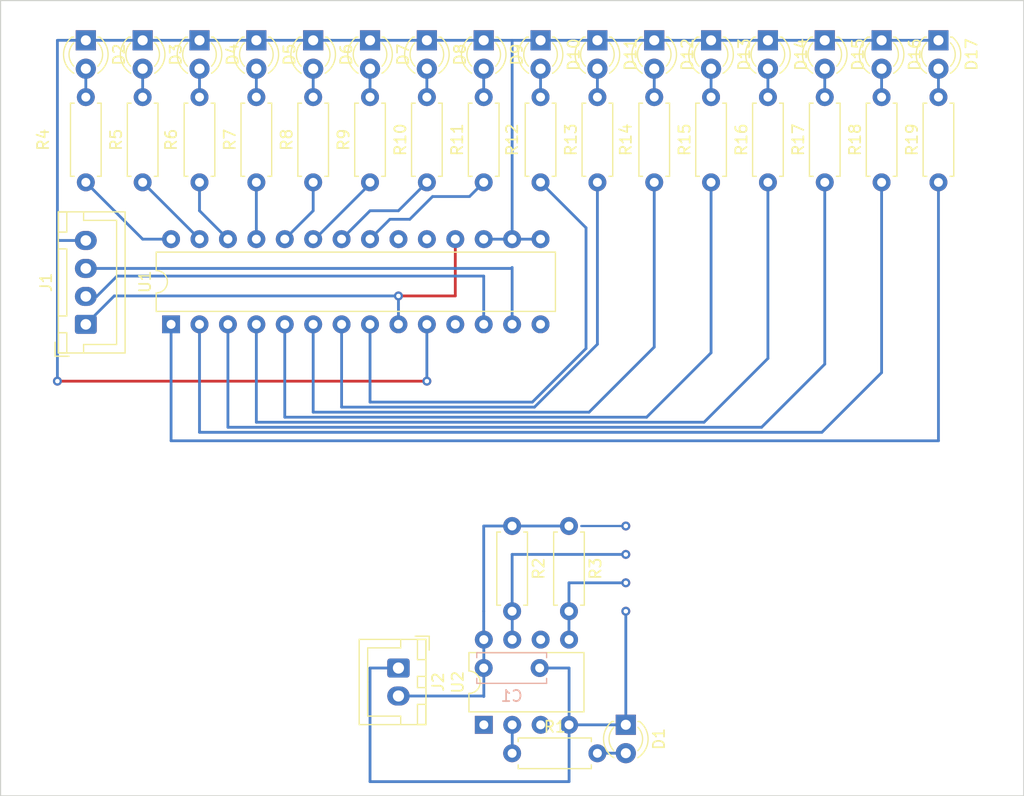
<source format=kicad_pcb>
(kicad_pcb (version 20211014) (generator pcbnew)
  (layers (0 "F.Cu" signal) (31 "B.Cu" signal) (34 "B.Paste" user) (35 "F.Paste" user) (36 "B.SilkS" user "B.Silkscreen") (37 "F.SilkS" user "F.Silkscreen") (38 "B.Mask" user) (39 "F.Mask" user) (44 "Edge.Cuts" user))
  (net 0 "")
  (net 1 "GND")
  (net 2 "Net-(D1-Pad2)")
  (net 3 "Net-(D2-Pad2)")
  (net 4 "Net-(D3-Pad2)")
  (net 5 "Net-(D4-Pad2)")
  (net 6 "Net-(D5-Pad2)")
  (net 7 "Net-(D6-Pad2)")
  (net 8 "Net-(D7-Pad2)")
  (net 9 "Net-(D8-Pad2)")
  (net 10 "Net-(D9-Pad2)")
  (net 11 "Net-(D10-Pad2)")
  (net 12 "Net-(D11-Pad2)")
  (net 13 "Net-(D12-Pad2)")
  (net 14 "Net-(D13-Pad2)")
  (net 15 "Net-(D14-Pad2)")
  (net 16 "Net-(D15-Pad2)")
  (net 17 "Net-(D16-Pad2)")
  (net 18 "Net-(D17-Pad2)")
  (net 19 "PB3")
  (net 20 "+5V")
  (net 21 "SCL")
  (net 22 "SDA")
  (net 23 "Net-(R4-Pad2)")
  (net 24 "Net-(R5-Pad1)")
  (net 25 "Net-(R6-Pad2)")
  (net 26 "Net-(R7-Pad1)")
  (net 27 "Net-(R8-Pad1)")
  (net 28 "Net-(R9-Pad1)")
  (net 29 "Net-(R10-Pad1)")
  (net 30 "Net-(R11-Pad1)")
  (net 31 "Net-(R12-Pad2)")
  (net 32 "Net-(R13-Pad1)")
  (net 33 "Net-(R14-Pad2)")
  (net 34 "Net-(R15-Pad1)")
  (net 35 "Net-(R16-Pad1)")
  (net 36 "Net-(R17-Pad1)")
  (net 37 "Net-(R18-Pad1)")
  (net 38 "Net-(R19-Pad1)")
  (footprint "Resistor_THT:R_Axial_DIN0207_L6.3mm_D2.5mm_P7.62mm_Horizontal" (layer "F.Cu") (at 170.18 101.6 -90)
    (fp_text reference "R2" (at 3.81 -2.37 90) (layer "F.SilkS"))
    (fp_text value "1K")
    (pad "1" thru_hole circle (at 0 0 270) (size 1.6 1.6) (drill 0.8) (layers *.Cu *.Mask) (net 20 "+5V"))
    (pad "2" thru_hole oval (at 7.62 0 270) (size 1.6 1.6) (drill 0.8) (layers *.Cu *.Mask) (net 21 "SCL"))
  )
  (footprint "Resistor_THT:R_Axial_DIN0207_L6.3mm_D2.5mm_P7.62mm_Horizontal" (layer "F.Cu") (at 198.12 70.866 90)
    (fp_text reference "R17" (at 3.81 -2.37 90) (layer "F.SilkS"))
    (fp_text value "1K")
    (pad "1" thru_hole circle (at 0 0 90) (size 1.6 1.6) (drill 0.8) (layers *.Cu *.Mask) (net 36 "Net-(R17-Pad1)"))
    (pad "2" thru_hole oval (at 7.62 0 90) (size 1.6 1.6) (drill 0.8) (layers *.Cu *.Mask) (net 16 "Net-(D15-Pad2)"))
  )
  (footprint "LED_THT:LED_D3.0mm" (layer "F.Cu") (at 208.28 58.166 -90)
    (fp_text reference "D17" (at 1.27 -2.96 90) (layer "F.SilkS"))
    (fp_text value "LED")
    (pad "1" thru_hole rect (at 0 0 270) (size 1.8 1.8) (drill 0.9) (layers *.Cu *.Mask) (net 1 "GND"))
    (pad "2" thru_hole circle (at 2.54 0 270) (size 1.8 1.8) (drill 0.9) (layers *.Cu *.Mask) (net 18 "Net-(D17-Pad2)"))
  )
  (footprint "LED_THT:LED_D3.0mm" (layer "F.Cu") (at 177.8 58.166 -90)
    (fp_text reference "D11" (at 1.27 -2.96 90) (layer "F.SilkS"))
    (fp_text value "LED")
    (pad "1" thru_hole rect (at 0 0 270) (size 1.8 1.8) (drill 0.9) (layers *.Cu *.Mask) (net 1 "GND"))
    (pad "2" thru_hole circle (at 2.54 0 270) (size 1.8 1.8) (drill 0.9) (layers *.Cu *.Mask) (net 12 "Net-(D11-Pad2)"))
  )
  (footprint "Resistor_THT:R_Axial_DIN0207_L6.3mm_D2.5mm_P7.62mm_Horizontal" (layer "F.Cu") (at 142.24 63.246 -90)
    (fp_text reference "R6" (at 3.81 2.54 90) (layer "F.SilkS"))
    (fp_text value "1K")
    (pad "1" thru_hole circle (at 0 0 270) (size 1.6 1.6) (drill 0.8) (layers *.Cu *.Mask) (net 5 "Net-(D4-Pad2)"))
    (pad "2" thru_hole oval (at 7.62 0 270) (size 1.6 1.6) (drill 0.8) (layers *.Cu *.Mask) (net 25 "Net-(R6-Pad2)"))
  )
  (footprint "LED_THT:LED_D3.0mm" (layer "F.Cu") (at 198.12 58.166 -90)
    (fp_text reference "D15" (at 1.27 -2.96 90) (layer "F.SilkS"))
    (fp_text value "LED")
    (pad "1" thru_hole rect (at 0 0 270) (size 1.8 1.8) (drill 0.9) (layers *.Cu *.Mask) (net 1 "GND"))
    (pad "2" thru_hole circle (at 2.54 0 270) (size 1.8 1.8) (drill 0.9) (layers *.Cu *.Mask) (net 16 "Net-(D15-Pad2)"))
  )
  (footprint "LED_THT:LED_D3.0mm" (layer "F.Cu") (at 157.48 58.166 -90)
    (fp_text reference "D7" (at 1.27 -2.96 90) (layer "F.SilkS"))
    (fp_text value "LED")
    (pad "1" thru_hole rect (at 0 0 270) (size 1.8 1.8) (drill 0.9) (layers *.Cu *.Mask) (net 1 "GND"))
    (pad "2" thru_hole circle (at 2.54 0 270) (size 1.8 1.8) (drill 0.9) (layers *.Cu *.Mask) (net 8 "Net-(D7-Pad2)"))
  )
  (footprint "Resistor_THT:R_Axial_DIN0207_L6.3mm_D2.5mm_P7.62mm_Horizontal" (layer "F.Cu") (at 208.28 70.866 90)
    (fp_text reference "R19" (at 3.81 -2.37 90) (layer "F.SilkS"))
    (fp_text value "1K")
    (pad "1" thru_hole circle (at 0 0 90) (size 1.6 1.6) (drill 0.8) (layers *.Cu *.Mask) (net 38 "Net-(R19-Pad1)"))
    (pad "2" thru_hole oval (at 7.62 0 90) (size 1.6 1.6) (drill 0.8) (layers *.Cu *.Mask) (net 18 "Net-(D17-Pad2)"))
  )
  (footprint "LED_THT:LED_D3.0mm" (layer "F.Cu") (at 162.56 58.166 -90)
    (fp_text reference "D8" (at 1.27 -2.96 90) (layer "F.SilkS"))
    (fp_text value "LED")
    (pad "1" thru_hole rect (at 0 0 270) (size 1.8 1.8) (drill 0.9) (layers *.Cu *.Mask) (net 1 "GND"))
    (pad "2" thru_hole circle (at 2.54 0 270) (size 1.8 1.8) (drill 0.9) (layers *.Cu *.Mask) (net 9 "Net-(D8-Pad2)"))
  )
  (footprint "LED_THT:LED_D3.0mm" (layer "F.Cu") (at 193.04 58.166 -90)
    (fp_text reference "D14" (at 1.27 -2.96 90) (layer "F.SilkS"))
    (fp_text value "LED")
    (pad "1" thru_hole rect (at 0 0 270) (size 1.8 1.8) (drill 0.9) (layers *.Cu *.Mask) (net 1 "GND"))
    (pad "2" thru_hole circle (at 2.54 0 270) (size 1.8 1.8) (drill 0.9) (layers *.Cu *.Mask) (net 15 "Net-(D14-Pad2)"))
  )
  (footprint "Resistor_THT:R_Axial_DIN0207_L6.3mm_D2.5mm_P7.62mm_Horizontal" (layer "F.Cu") (at 162.56 70.866 90)
    (fp_text reference "R10" (at 3.81 -2.37 90) (layer "F.SilkS"))
    (fp_text value "1K")
    (pad "1" thru_hole circle (at 0 0 90) (size 1.6 1.6) (drill 0.8) (layers *.Cu *.Mask) (net 29 "Net-(R10-Pad1)"))
    (pad "2" thru_hole oval (at 7.62 0 90) (size 1.6 1.6) (drill 0.8) (layers *.Cu *.Mask) (net 9 "Net-(D8-Pad2)"))
  )
  (footprint "LED_THT:LED_D3.0mm" (layer "F.Cu") (at 203.2 58.166 -90)
    (fp_text reference "D16" (at 1.27 -2.96 90) (layer "F.SilkS"))
    (fp_text value "LED")
    (pad "1" thru_hole rect (at 0 0 270) (size 1.8 1.8) (drill 0.9) (layers *.Cu *.Mask) (net 1 "GND"))
    (pad "2" thru_hole circle (at 2.54 0 270) (size 1.8 1.8) (drill 0.9) (layers *.Cu *.Mask) (net 17 "Net-(D16-Pad2)"))
  )
  (footprint "Resistor_THT:R_Axial_DIN0207_L6.3mm_D2.5mm_P7.62mm_Horizontal" (layer "F.Cu") (at 137.16 70.866 90)
    (fp_text reference "R5" (at 3.81 -2.37 90) (layer "F.SilkS"))
    (fp_text value "1K")
    (pad "1" thru_hole circle (at 0 0 90) (size 1.6 1.6) (drill 0.8) (layers *.Cu *.Mask) (net 24 "Net-(R5-Pad1)"))
    (pad "2" thru_hole oval (at 7.62 0 90) (size 1.6 1.6) (drill 0.8) (layers *.Cu *.Mask) (net 4 "Net-(D3-Pad2)"))
  )
  (footprint "LED_THT:LED_D3.0mm" (layer "F.Cu") (at 147.32 58.166 -90)
    (fp_text reference "D5" (at 1.27 -2.96 90) (layer "F.SilkS"))
    (fp_text value "LED")
    (pad "1" thru_hole rect (at 0 0 270) (size 1.8 1.8) (drill 0.9) (layers *.Cu *.Mask) (net 1 "GND"))
    (pad "2" thru_hole circle (at 2.54 0 270) (size 1.8 1.8) (drill 0.9) (layers *.Cu *.Mask) (net 6 "Net-(D5-Pad2)"))
  )
  (footprint "Resistor_THT:R_Axial_DIN0207_L6.3mm_D2.5mm_P7.62mm_Horizontal" (layer "F.Cu") (at 132.08 63.246 -90)
    (fp_text reference "R4" (at 3.81 3.81 90) (layer "F.SilkS"))
    (fp_text value "1K")
    (pad "1" thru_hole circle (at 0 0 270) (size 1.6 1.6) (drill 0.8) (layers *.Cu *.Mask) (net 3 "Net-(D2-Pad2)"))
    (pad "2" thru_hole oval (at 7.62 0 270) (size 1.6 1.6) (drill 0.8) (layers *.Cu *.Mask) (net 23 "Net-(R4-Pad2)"))
  )
  (footprint "Resistor_THT:R_Axial_DIN0207_L6.3mm_D2.5mm_P7.62mm_Horizontal" (layer "F.Cu") (at 203.2 70.866 90)
    (fp_text reference "R18" (at 3.81 -2.37 90) (layer "F.SilkS"))
    (fp_text value "1K")
    (pad "1" thru_hole circle (at 0 0 90) (size 1.6 1.6) (drill 0.8) (layers *.Cu *.Mask) (net 37 "Net-(R18-Pad1)"))
    (pad "2" thru_hole oval (at 7.62 0 90) (size 1.6 1.6) (drill 0.8) (layers *.Cu *.Mask) (net 17 "Net-(D16-Pad2)"))
  )
  (footprint "LED_THT:LED_D3.0mm" (layer "F.Cu") (at 137.16 58.166 -90)
    (fp_text reference "D3" (at 1.27 -2.96 90) (layer "F.SilkS"))
    (fp_text value "LED")
    (pad "1" thru_hole rect (at 0 0 270) (size 1.8 1.8) (drill 0.9) (layers *.Cu *.Mask) (net 1 "GND"))
    (pad "2" thru_hole circle (at 2.54 0 270) (size 1.8 1.8) (drill 0.9) (layers *.Cu *.Mask) (net 4 "Net-(D3-Pad2)"))
  )
  (footprint "Resistor_THT:R_Axial_DIN0207_L6.3mm_D2.5mm_P7.62mm_Horizontal" (layer "F.Cu") (at 170.18 121.925)
    (fp_text reference "R1" (at 3.81 -2.37) (layer "F.SilkS"))
    (fp_text value "1K")
    (pad "1" thru_hole circle (at 0 0) (size 1.6 1.6) (drill 0.8) (layers *.Cu *.Mask) (net 19 "PB3"))
    (pad "2" thru_hole oval (at 7.62 0) (size 1.6 1.6) (drill 0.8) (layers *.Cu *.Mask) (net 2 "Net-(D1-Pad2)"))
  )
  (footprint "Resistor_THT:R_Axial_DIN0207_L6.3mm_D2.5mm_P7.62mm_Horizontal" (layer "F.Cu") (at 182.88 63.246 -90)
    (fp_text reference "R14" (at 3.81 2.54 90) (layer "F.SilkS"))
    (fp_text value "1K")
    (pad "1" thru_hole circle (at 0 0 270) (size 1.6 1.6) (drill 0.8) (layers *.Cu *.Mask) (net 13 "Net-(D12-Pad2)"))
    (pad "2" thru_hole oval (at 7.62 0 270) (size 1.6 1.6) (drill 0.8) (layers *.Cu *.Mask) (net 33 "Net-(R14-Pad2)"))
  )
  (footprint "LED_THT:LED_D3.0mm" (layer "F.Cu") (at 180.34 119.375 -90)
    (fp_text reference "D1" (at 1.27 -2.96 90) (layer "F.SilkS"))
    (fp_text value "LED")
    (pad "1" thru_hole rect (at 0 0 270) (size 1.8 1.8) (drill 0.9) (layers *.Cu *.Mask) (net 1 "GND"))
    (pad "2" thru_hole circle (at 2.54 0 270) (size 1.8 1.8) (drill 0.9) (layers *.Cu *.Mask) (net 2 "Net-(D1-Pad2)"))
  )
  (footprint "Resistor_THT:R_Axial_DIN0207_L6.3mm_D2.5mm_P7.62mm_Horizontal" (layer "F.Cu") (at 177.8 70.866 90)
    (fp_text reference "R13" (at 3.81 -2.37 90) (layer "F.SilkS"))
    (fp_text value "1K")
    (pad "1" thru_hole circle (at 0 0 90) (size 1.6 1.6) (drill 0.8) (layers *.Cu *.Mask) (net 32 "Net-(R13-Pad1)"))
    (pad "2" thru_hole oval (at 7.62 0 90) (size 1.6 1.6) (drill 0.8) (layers *.Cu *.Mask) (net 12 "Net-(D11-Pad2)"))
  )
  (footprint "Connector_JST:JST_XH_B4B-XH-A_1x04_P2.50mm_Vertical" (layer "F.Cu") (at 132.08 83.566 90)
    (fp_text reference "J1" (at 3.75 -3.55 90) (layer "F.SilkS"))
    (fp_text value "Conn_01x04")
    (pad "1" thru_hole roundrect (at 0 0 90) (size 1.7 1.95) (drill 0.95) (layers *.Cu *.Mask) (roundrect_rratio 0.147059) (net 20 "+5V"))
    (pad "2" thru_hole oval (at 2.5 0 90) (size 1.7 1.95) (drill 0.95) (layers *.Cu *.Mask) (net 21 "SCL"))
    (pad "3" thru_hole oval (at 5 0 90) (size 1.7 1.95) (drill 0.95) (layers *.Cu *.Mask) (net 22 "SDA"))
    (pad "4" thru_hole oval (at 7.5 0 90) (size 1.7 1.95) (drill 0.95) (layers *.Cu *.Mask) (net 1 "GND"))
  )
  (footprint "Resistor_THT:R_Axial_DIN0207_L6.3mm_D2.5mm_P7.62mm_Horizontal" (layer "F.Cu") (at 175.26 101.6 -90)
    (fp_text reference "R3" (at 3.81 -2.37 90) (layer "F.SilkS"))
    (fp_text value "1K")
    (pad "1" thru_hole circle (at 0 0 270) (size 1.6 1.6) (drill 0.8) (layers *.Cu *.Mask) (net 20 "+5V"))
    (pad "2" thru_hole oval (at 7.62 0 270) (size 1.6 1.6) (drill 0.8) (layers *.Cu *.Mask) (net 22 "SDA"))
  )
  (footprint "Resistor_THT:R_Axial_DIN0207_L6.3mm_D2.5mm_P7.62mm_Horizontal" (layer "F.Cu") (at 187.96 70.866 90)
    (fp_text reference "R15" (at 3.81 -2.37 90) (layer "F.SilkS"))
    (fp_text value "1K")
    (pad "1" thru_hole circle (at 0 0 90) (size 1.6 1.6) (drill 0.8) (layers *.Cu *.Mask) (net 34 "Net-(R15-Pad1)"))
    (pad "2" thru_hole oval (at 7.62 0 90) (size 1.6 1.6) (drill 0.8) (layers *.Cu *.Mask) (net 14 "Net-(D13-Pad2)"))
  )
  (footprint "Package_DIP:DIP-28_W7.62mm" (layer "F.Cu") (at 139.7 83.566 90)
    (fp_text reference "U1" (at 3.81 -2.33 90) (layer "F.SilkS"))
    (fp_text value "MCP23017_SP")
    (pad "1" thru_hole rect (at 0 0 90) (size 1.6 1.6) (drill 0.8) (layers *.Cu *.Mask) (net 38 "Net-(R19-Pad1)"))
    (pad "2" thru_hole oval (at 0 2.54 90) (size 1.6 1.6) (drill 0.8) (layers *.Cu *.Mask) (net 37 "Net-(R18-Pad1)"))
    (pad "3" thru_hole oval (at 0 5.08 90) (size 1.6 1.6) (drill 0.8) (layers *.Cu *.Mask) (net 36 "Net-(R17-Pad1)"))
    (pad "4" thru_hole oval (at 0 7.62 90) (size 1.6 1.6) (drill 0.8) (layers *.Cu *.Mask) (net 35 "Net-(R16-Pad1)"))
    (pad "5" thru_hole oval (at 0 10.16 90) (size 1.6 1.6) (drill 0.8) (layers *.Cu *.Mask) (net 34 "Net-(R15-Pad1)"))
    (pad "6" thru_hole oval (at 0 12.7 90) (size 1.6 1.6) (drill 0.8) (layers *.Cu *.Mask) (net 33 "Net-(R14-Pad2)"))
    (pad "7" thru_hole oval (at 0 15.24 90) (size 1.6 1.6) (drill 0.8) (layers *.Cu *.Mask) (net 32 "Net-(R13-Pad1)"))
    (pad "8" thru_hole oval (at 0 17.78 90) (size 1.6 1.6) (drill 0.8) (layers *.Cu *.Mask) (net 31 "Net-(R12-Pad2)"))
    (pad "9" thru_hole oval (at 0 20.32 90) (size 1.6 1.6) (drill 0.8) (layers *.Cu *.Mask) (net 20 "+5V"))
    (pad "10" thru_hole oval (at 0 22.86 90) (size 1.6 1.6) (drill 0.8) (layers *.Cu *.Mask) (net 1 "GND"))
    (pad "11" thru_hole oval (at 0 25.4 90) (size 1.6 1.6) (drill 0.8) (layers *.Cu *.Mask))
    (pad "12" thru_hole oval (at 0 27.94 90) (size 1.6 1.6) (drill 0.8) (layers *.Cu *.Mask) (net 21 "SCL"))
    (pad "13" thru_hole oval (at 0 30.48 90) (size 1.6 1.6) (drill 0.8) (layers *.Cu *.Mask) (net 22 "SDA"))
    (pad "14" thru_hole oval (at 0 33.02 90) (size 1.6 1.6) (drill 0.8) (layers *.Cu *.Mask))
    (pad "15" thru_hole oval (at 7.62 33.02 90) (size 1.6 1.6) (drill 0.8) (layers *.Cu *.Mask) (net 1 "GND"))
    (pad "16" thru_hole oval (at 7.62 30.48 90) (size 1.6 1.6) (drill 0.8) (layers *.Cu *.Mask) (net 1 "GND"))
    (pad "17" thru_hole oval (at 7.62 27.94 90) (size 1.6 1.6) (drill 0.8) (layers *.Cu *.Mask) (net 1 "GND"))
    (pad "18" thru_hole oval (at 7.62 25.4 90) (size 1.6 1.6) (drill 0.8) (layers *.Cu *.Mask) (net 20 "+5V"))
    (pad "19" thru_hole oval (at 7.62 22.86 90) (size 1.6 1.6) (drill 0.8) (layers *.Cu *.Mask))
    (pad "20" thru_hole oval (at 7.62 20.32 90) (size 1.6 1.6) (drill 0.8) (layers *.Cu *.Mask))
    (pad "21" thru_hole oval (at 7.62 17.78 90) (size 1.6 1.6) (drill 0.8) (layers *.Cu *.Mask) (net 30 "Net-(R11-Pad1)"))
    (pad "22" thru_hole oval (at 7.62 15.24 90) (size 1.6 1.6) (drill 0.8) (layers *.Cu *.Mask) (net 29 "Net-(R10-Pad1)"))
    (pad "23" thru_hole oval (at 7.62 12.7 90) (size 1.6 1.6) (drill 0.8) (layers *.Cu *.Mask) (net 28 "Net-(R9-Pad1)"))
    (pad "24" thru_hole oval (at 7.62 10.16 90) (size 1.6 1.6) (drill 0.8) (layers *.Cu *.Mask) (net 27 "Net-(R8-Pad1)"))
    (pad "25" thru_hole oval (at 7.62 7.62 90) (size 1.6 1.6) (drill 0.8) (layers *.Cu *.Mask) (net 26 "Net-(R7-Pad1)"))
    (pad "26" thru_hole oval (at 7.62 5.08 90) (size 1.6 1.6) (drill 0.8) (layers *.Cu *.Mask) (net 25 "Net-(R6-Pad2)"))
    (pad "27" thru_hole oval (at 7.62 2.54 90) (size 1.6 1.6) (drill 0.8) (layers *.Cu *.Mask) (net 24 "Net-(R5-Pad1)"))
    (pad "28" thru_hole oval (at 7.62 0 90) (size 1.6 1.6) (drill 0.8) (layers *.Cu *.Mask) (net 23 "Net-(R4-Pad2)"))
  )
  (footprint "Resistor_THT:R_Axial_DIN0207_L6.3mm_D2.5mm_P7.62mm_Horizontal" (layer "F.Cu") (at 157.48 70.866 90)
    (fp_text reference "R9" (at 3.81 -2.37 90) (layer "F.SilkS"))
    (fp_text value "1K")
    (pad "1" thru_hole circle (at 0 0 90) (size 1.6 1.6) (drill 0.8) (layers *.Cu *.Mask) (net 28 "Net-(R9-Pad1)"))
    (pad "2" thru_hole oval (at 7.62 0 90) (size 1.6 1.6) (drill 0.8) (layers *.Cu *.Mask) (net 8 "Net-(D7-Pad2)"))
  )
  (footprint "LED_THT:LED_D3.0mm" (layer "F.Cu") (at 142.24 58.166 -90)
    (fp_text reference "D4" (at 1.27 -2.96 90) (layer "F.SilkS"))
    (fp_text value "LED")
    (pad "1" thru_hole rect (at 0 0 270) (size 1.8 1.8) (drill 0.9) (layers *.Cu *.Mask) (net 1 "GND"))
    (pad "2" thru_hole circle (at 2.54 0 270) (size 1.8 1.8) (drill 0.9) (layers *.Cu *.Mask) (net 5 "Net-(D4-Pad2)"))
  )
  (footprint "LED_THT:LED_D3.0mm" (layer "F.Cu") (at 152.4 58.166 -90)
    (fp_text reference "D6" (at 1.27 -2.96 90) (layer "F.SilkS"))
    (fp_text value "LED")
    (pad "1" thru_hole rect (at 0 0 270) (size 1.8 1.8) (drill 0.9) (layers *.Cu *.Mask) (net 1 "GND"))
    (pad "2" thru_hole circle (at 2.54 0 270) (size 1.8 1.8) (drill 0.9) (layers *.Cu *.Mask) (net 7 "Net-(D6-Pad2)"))
  )
  (footprint "Resistor_THT:R_Axial_DIN0207_L6.3mm_D2.5mm_P7.62mm_Horizontal" (layer "F.Cu") (at 147.32 70.866 90)
    (fp_text reference "R7" (at 3.81 -2.37 90) (layer "F.SilkS"))
    (fp_text value "1K")
    (pad "1" thru_hole circle (at 0 0 90) (size 1.6 1.6) (drill 0.8) (layers *.Cu *.Mask) (net 26 "Net-(R7-Pad1)"))
    (pad "2" thru_hole oval (at 7.62 0 90) (size 1.6 1.6) (drill 0.8) (layers *.Cu *.Mask) (net 6 "Net-(D5-Pad2)"))
  )
  (footprint "Package_DIP:DIP-8_W7.62mm" (layer "F.Cu") (at 167.65 119.38 90)
    (fp_text reference "U2" (at 3.81 -2.33 90) (layer "F.SilkS"))
    (fp_text value "ATtiny85-20P")
    (pad "1" thru_hole rect (at 0 0 90) (size 1.6 1.6) (drill 0.8) (layers *.Cu *.Mask))
    (pad "2" thru_hole oval (at 0 2.54 90) (size 1.6 1.6) (drill 0.8) (layers *.Cu *.Mask) (net 19 "PB3"))
    (pad "3" thru_hole oval (at 0 5.08 90) (size 1.6 1.6) (drill 0.8) (layers *.Cu *.Mask))
    (pad "4" thru_hole oval (at 0 7.62 90) (size 1.6 1.6) (drill 0.8) (layers *.Cu *.Mask) (net 1 "GND"))
    (pad "5" thru_hole oval (at 7.62 7.62 90) (size 1.6 1.6) (drill 0.8) (layers *.Cu *.Mask) (net 22 "SDA"))
    (pad "6" thru_hole oval (at 7.62 5.08 90) (size 1.6 1.6) (drill 0.8) (layers *.Cu *.Mask))
    (pad "7" thru_hole oval (at 7.62 2.54 90) (size 1.6 1.6) (drill 0.8) (layers *.Cu *.Mask) (net 21 "SCL"))
    (pad "8" thru_hole oval (at 7.62 0 90) (size 1.6 1.6) (drill 0.8) (layers *.Cu *.Mask) (net 20 "+5V"))
  )
  (footprint "Resistor_THT:R_Axial_DIN0207_L6.3mm_D2.5mm_P7.62mm_Horizontal" (layer "F.Cu") (at 152.4 70.866 90)
    (fp_text reference "R8" (at 3.81 -2.37 90) (layer "F.SilkS"))
    (fp_text value "1K")
    (pad "1" thru_hole circle (at 0 0 90) (size 1.6 1.6) (drill 0.8) (layers *.Cu *.Mask) (net 27 "Net-(R8-Pad1)"))
    (pad "2" thru_hole oval (at 7.62 0 90) (size 1.6 1.6) (drill 0.8) (layers *.Cu *.Mask) (net 7 "Net-(D6-Pad2)"))
  )
  (footprint "LED_THT:LED_D3.0mm" (layer "F.Cu") (at 182.88 58.166 -90)
    (fp_text reference "D12" (at 1.27 -2.96 90) (layer "F.SilkS"))
    (fp_text value "LED")
    (pad "1" thru_hole rect (at 0 0 270) (size 1.8 1.8) (drill 0.9) (layers *.Cu *.Mask) (net 1 "GND"))
    (pad "2" thru_hole circle (at 2.54 0 270) (size 1.8 1.8) (drill 0.9) (layers *.Cu *.Mask) (net 13 "Net-(D12-Pad2)"))
  )
  (footprint "LED_THT:LED_D3.0mm" (layer "F.Cu") (at 187.96 58.166 -90)
    (fp_text reference "D13" (at 1.27 -2.96 90) (layer "F.SilkS"))
    (fp_text value "LED")
    (pad "1" thru_hole rect (at 0 0 270) (size 1.8 1.8) (drill 0.9) (layers *.Cu *.Mask) (net 1 "GND"))
    (pad "2" thru_hole circle (at 2.54 0 270) (size 1.8 1.8) (drill 0.9) (layers *.Cu *.Mask) (net 14 "Net-(D13-Pad2)"))
  )
  (footprint "LED_THT:LED_D3.0mm" (layer "F.Cu") (at 132.08 58.166 -90)
    (fp_text reference "D2" (at 1.27 -2.96 90) (layer "F.SilkS"))
    (fp_text value "LED")
    (pad "1" thru_hole rect (at 0 0 270) (size 1.8 1.8) (drill 0.9) (layers *.Cu *.Mask) (net 1 "GND"))
    (pad "2" thru_hole circle (at 2.54 0 270) (size 1.8 1.8) (drill 0.9) (layers *.Cu *.Mask) (net 3 "Net-(D2-Pad2)"))
  )
  (footprint "Connector_JST:JST_XH_B2B-XH-A_1x02_P2.50mm_Vertical" (layer "F.Cu") (at 160.02 114.3 -90)
    (fp_text reference "J2" (at 1.25 -3.55 90) (layer "F.SilkS"))
    (fp_text value "Conn_01x02")
    (pad "1" thru_hole roundrect (at 0 0 270) (size 1.7 2) (drill 1) (layers *.Cu *.Mask) (roundrect_rratio 0.147059) (net 1 "GND"))
    (pad "2" thru_hole oval (at 2.5 0 270) (size 1.7 2) (drill 1) (layers *.Cu *.Mask) (net 20 "+5V"))
  )
  (footprint "LED_THT:LED_D3.0mm" (layer "F.Cu") (at 167.64 58.166 -90)
    (fp_text reference "D9" (at 1.27 -2.96 90) (layer "F.SilkS"))
    (fp_text value "LED")
    (pad "1" thru_hole rect (at 0 0 270) (size 1.8 1.8) (drill 0.9) (layers *.Cu *.Mask) (net 1 "GND"))
    (pad "2" thru_hole circle (at 2.54 0 270) (size 1.8 1.8) (drill 0.9) (layers *.Cu *.Mask) (net 10 "Net-(D9-Pad2)"))
  )
  (footprint "Resistor_THT:R_Axial_DIN0207_L6.3mm_D2.5mm_P7.62mm_Horizontal" (layer "F.Cu") (at 193.04 70.866 90)
    (fp_text reference "R16" (at 3.81 -2.37 90) (layer "F.SilkS"))
    (fp_text value "1K")
    (pad "1" thru_hole circle (at 0 0 90) (size 1.6 1.6) (drill 0.8) (layers *.Cu *.Mask) (net 35 "Net-(R16-Pad1)"))
    (pad "2" thru_hole oval (at 7.62 0 90) (size 1.6 1.6) (drill 0.8) (layers *.Cu *.Mask) (net 15 "Net-(D14-Pad2)"))
  )
  (footprint "Resistor_THT:R_Axial_DIN0207_L6.3mm_D2.5mm_P7.62mm_Horizontal" (layer "F.Cu") (at 167.64 70.866 90)
    (fp_text reference "R11" (at 3.81 -2.37 90) (layer "F.SilkS"))
    (fp_text value "1K")
    (pad "1" thru_hole circle (at 0 0 90) (size 1.6 1.6) (drill 0.8) (layers *.Cu *.Mask) (net 30 "Net-(R11-Pad1)"))
    (pad "2" thru_hole oval (at 7.62 0 90) (size 1.6 1.6) (drill 0.8) (layers *.Cu *.Mask) (net 10 "Net-(D9-Pad2)"))
  )
  (footprint "Resistor_THT:R_Axial_DIN0207_L6.3mm_D2.5mm_P7.62mm_Horizontal" (layer "F.Cu") (at 172.72 63.246 -90)
    (fp_text reference "R12" (at 3.81 2.54 90) (layer "F.SilkS"))
    (fp_text value "1K")
    (pad "1" thru_hole circle (at 0 0 270) (size 1.6 1.6) (drill 0.8) (layers *.Cu *.Mask) (net 11 "Net-(D10-Pad2)"))
    (pad "2" thru_hole oval (at 7.62 0 270) (size 1.6 1.6) (drill 0.8) (layers *.Cu *.Mask) (net 31 "Net-(R12-Pad2)"))
  )
  (footprint "LED_THT:LED_D3.0mm" (layer "F.Cu") (at 172.72 58.166 -90)
    (fp_text reference "D10" (at 1.27 -2.96 90) (layer "F.SilkS"))
    (fp_text value "LED")
    (pad "1" thru_hole rect (at 0 0 270) (size 1.8 1.8) (drill 0.9) (layers *.Cu *.Mask) (net 1 "GND"))
    (pad "2" thru_hole circle (at 2.54 0 270) (size 1.8 1.8) (drill 0.9) (layers *.Cu *.Mask) (net 11 "Net-(D10-Pad2)"))
  )
  (footprint "Capacitor_THT:C_Disc_D6.0mm_W2.5mm_P5.00mm" (layer "B.Cu") (at 167.64 114.3)
    (fp_text reference "C1" (at 2.5 2.5) (layer "B.SilkS") (effects (justify mirror)))
    (fp_text value "0.1uF")
    (pad "1" thru_hole circle (at 0 0) (size 1.6 1.6) (drill 0.8) (layers *.Cu *.Mask) (net 20 "+5V"))
    (pad "2" thru_hole circle (at 5 0) (size 1.6 1.6) (drill 0.8) (layers *.Cu *.Mask) (net 1 "GND"))
  )
  (gr_rect (start 124.46 54.61) (end 215.9 125.73) (layer "Edge.Cuts") (width 0.1) (fill none))
  (via (at 180.34 101.6) (size 0.8) (drill 0.4) (layers "F.Cu" "B.Cu") (net 0))
  (segment (start 180.34 101.6) (end 176.36 101.6) (width 0.2) (layer "B.Cu") (net 0))
  (segment (start 129.54 88.646) (end 162.56 88.646) (width 0.25) (layer "F.Cu") (net 1))
  (via (at 180.34 109.22) (size 0.8) (drill 0.4) (layers "F.Cu" "B.Cu") (net 1))
  (via (at 162.56 88.646) (size 0.8) (drill 0.4) (layers "F.Cu" "B.Cu") (net 1))
  (via (at 129.54 88.646) (size 0.8) (drill 0.4) (layers "F.Cu" "B.Cu") (net 1))
  (segment (start 157.48 114.3) (end 160.02 114.3) (width 0.25) (layer "B.Cu") (net 1))
  (segment (start 175.27 119.38) (end 180.335 119.38) (width 0.25) (layer "B.Cu") (net 1))
  (segment (start 180.335 119.38) (end 180.34 119.375) (width 0.25) (layer "B.Cu") (net 1))
  (segment (start 180.34 119.375) (end 180.34 109.22) (width 0.25) (layer "B.Cu") (net 1))
  (segment (start 175.26 114.3) (end 175.27 114.31) (width 0.25) (layer "B.Cu") (net 1))
  (segment (start 129.66 76.066) (end 129.54 75.946) (width 0.25) (layer "B.Cu") (net 1))
  (segment (start 170.18 75.946) (end 167.64 75.946) (width 0.25) (layer "B.Cu") (net 1))
  (segment (start 175.27 114.31) (end 175.27 119.38) (width 0.25) (layer "B.Cu") (net 1))
  (segment (start 162.56 88.646) (end 162.56 83.566) (width 0.25) (layer "B.Cu") (net 1))
  (segment (start 132.08 76.066) (end 129.66 76.066) (width 0.25) (layer "B.Cu") (net 1))
  (segment (start 172.72 75.946) (end 170.18 75.946) (width 0.25) (layer "B.Cu") (net 1))
  (segment (start 170.18 58.166) (end 208.28 58.166) (width 0.25) (layer "B.Cu") (net 1))
  (segment (start 129.54 75.946) (end 129.54 88.646) (width 0.25) (layer "B.Cu") (net 1))
  (segment (start 129.54 75.946) (end 129.54 58.166) (width 0.25) (layer "B.Cu") (net 1))
  (segment (start 132.08 58.166) (end 170.18 58.166) (width 0.25) (layer "B.Cu") (net 1))
  (segment (start 172.64 114.3) (end 175.26 114.3) (width 0.25) (layer "B.Cu") (net 1))
  (segment (start 157.48 124.46) (end 157.48 114.3) (width 0.25) (layer "B.Cu") (net 1))
  (segment (start 129.54 58.166) (end 132.08 58.166) (width 0.25) (layer "B.Cu") (net 1))
  (segment (start 175.27 124.45) (end 175.26 124.46) (width 0.25) (layer "B.Cu") (net 1))
  (segment (start 175.27 119.38) (end 175.27 124.45) (width 0.25) (layer "B.Cu") (net 1))
  (segment (start 175.27 119.375) (end 175.26 119.385) (width 0.25) (layer "B.Cu") (net 1))
  (segment (start 175.26 124.46) (end 157.48 124.46) (width 0.25) (layer "B.Cu") (net 1))
  (segment (start 170.18 58.166) (end 170.18 75.946) (width 0.25) (layer "B.Cu") (net 1))
  (segment (start 177.81 121.915) (end 177.8 121.925) (width 0.25) (layer "B.Cu") (net 2))
  (segment (start 180.34 121.915) (end 177.81 121.915) (width 0.25) (layer "B.Cu") (net 2))
  (segment (start 132.08 63.246) (end 132.08 60.706) (width 0.25) (layer "B.Cu") (net 3))
  (segment (start 137.16 63.246) (end 137.16 60.706) (width 0.25) (layer "B.Cu") (net 4))
  (segment (start 142.24 63.246) (end 142.24 60.706) (width 0.25) (layer "B.Cu") (net 5))
  (segment (start 147.32 63.246) (end 147.32 60.706) (width 0.25) (layer "B.Cu") (net 6))
  (segment (start 152.4 63.246) (end 152.4 60.706) (width 0.25) (layer "B.Cu") (net 7))
  (segment (start 157.48 63.246) (end 157.48 60.706) (width 0.25) (layer "B.Cu") (net 8))
  (segment (start 162.56 63.246) (end 162.56 60.706) (width 0.25) (layer "B.Cu") (net 9))
  (segment (start 167.64 63.246) (end 167.64 60.706) (width 0.25) (layer "B.Cu") (net 10))
  (segment (start 172.72 63.246) (end 172.72 60.706) (width 0.25) (layer "B.Cu") (net 11))
  (segment (start 177.8 63.246) (end 177.8 60.706) (width 0.25) (layer "B.Cu") (net 12))
  (segment (start 182.88 60.706) (end 182.88 63.246) (width 0.25) (layer "B.Cu") (net 13))
  (segment (start 187.96 63.246) (end 187.96 60.706) (width 0.25) (layer "B.Cu") (net 14))
  (segment (start 193.04 63.246) (end 193.04 60.706) (width 0.25) (layer "B.Cu") (net 15))
  (segment (start 198.12 63.246) (end 198.12 60.706) (width 0.25) (layer "B.Cu") (net 16))
  (segment (start 203.2 63.246) (end 203.2 60.706) (width 0.25) (layer "B.Cu") (net 17))
  (segment (start 208.28 63.246) (end 208.28 60.706) (width 0.25) (layer "B.Cu") (net 18))
  (segment (start 170.19 119.38) (end 170.19 121.915) (width 0.25) (layer "B.Cu") (net 19))
  (segment (start 170.19 121.915) (end 170.18 121.925) (width 0.25) (layer "B.Cu") (net 19))
  (segment (start 165.1 81.026) (end 165.1 75.946) (width 0.25) (layer "F.Cu") (net 20))
  (segment (start 160.02 81.026) (end 165.1 81.026) (width 0.25) (layer "F.Cu") (net 20))
  (via (at 160.02 81.026) (size 0.8) (drill 0.4) (layers "F.Cu" "B.Cu") (net 20))
  (segment (start 167.6 116.8) (end 160.02 116.8) (width 0.25) (layer "B.Cu") (net 20))
  (segment (start 167.64 109.22) (end 167.64 111.75) (width 0.25) (layer "B.Cu") (net 20))
  (segment (start 167.64 111.75) (end 167.65 111.76) (width 0.25) (layer "B.Cu") (net 20))
  (segment (start 132.08 83.566) (end 134.62 81.026) (width 0.25) (layer "B.Cu") (net 20))
  (segment (start 170.18 101.6) (end 167.64 101.6) (width 0.25) (layer "B.Cu") (net 20))
  (segment (start 160.02 81.026) (end 160.02 83.566) (width 0.25) (layer "B.Cu") (net 20))
  (segment (start 175.26 101.6) (end 170.18 101.6) (width 0.25) (layer "B.Cu") (net 20))
  (segment (start 167.64 101.6) (end 167.64 109.22) (width 0.25) (layer "B.Cu") (net 20))
  (segment (start 167.65 116.83) (end 167.64 116.84) (width 0.25) (layer "B.Cu") (net 20))
  (segment (start 167.64 116.84) (end 167.6 116.8) (width 0.25) (layer "B.Cu") (net 20))
  (segment (start 134.62 81.026) (end 160.02 81.026) (width 0.25) (layer "B.Cu") (net 20))
  (segment (start 167.65 111.76) (end 167.65 116.83) (width 0.25) (layer "B.Cu") (net 20))
  (via (at 180.34 104.14) (size 0.8) (drill 0.4) (layers "F.Cu" "B.Cu") (net 21))
  (segment (start 167.64 79.248) (end 167.64 83.566) (width 0.25) (layer "B.Cu") (net 21))
  (segment (start 133.056 81.066) (end 134.874 79.248) (width 0.25) (layer "B.Cu") (net 21))
  (segment (start 170.19 109.23) (end 170.18 109.22) (width 0.25) (layer "B.Cu") (net 21))
  (segment (start 132.08 81.066) (end 133.056 81.066) (width 0.25) (layer "B.Cu") (net 21))
  (segment (start 170.18 104.14) (end 180.34 104.14) (width 0.25) (layer "B.Cu") (net 21))
  (segment (start 134.874 79.248) (end 167.64 79.248) (width 0.25) (layer "B.Cu") (net 21))
  (segment (start 170.18 109.22) (end 170.18 104.14) (width 0.25) (layer "B.Cu") (net 21))
  (segment (start 170.19 111.76) (end 170.19 109.23) (width 0.25) (layer "B.Cu") (net 21))
  (via (at 180.34 106.68) (size 0.8) (drill 0.4) (layers "F.Cu" "B.Cu") (net 22))
  (segment (start 175.26 106.68) (end 180.34 106.68) (width 0.25) (layer "B.Cu") (net 22))
  (segment (start 170.18 78.486) (end 170.18 83.566) (width 0.25) (layer "B.Cu") (net 22))
  (segment (start 175.26 109.22) (end 175.26 111.75) (width 0.25) (layer "B.Cu") (net 22))
  (segment (start 170.1 78.566) (end 170.18 78.486) (width 0.25) (layer "B.Cu") (net 22))
  (segment (start 175.26 111.75) (end 175.27 111.76) (width 0.25) (layer "B.Cu") (net 22))
  (segment (start 132.08 78.566) (end 170.1 78.566) (width 0.25) (layer "B.Cu") (net 22))
  (segment (start 175.26 109.22) (end 175.26 106.68) (width 0.25) (layer "B.Cu") (net 22))
  (segment (start 139.7 75.946) (end 137.16 75.946) (width 0.25) (layer "B.Cu") (net 23))
  (segment (start 137.16 75.946) (end 132.08 70.866) (width 0.25) (layer "B.Cu") (net 23))
  (segment (start 137.16 70.866) (end 142.24 75.946) (width 0.25) (layer "B.Cu") (net 24))
  (segment (start 142.24 70.866) (end 142.24 73.406) (width 0.25) (layer "B.Cu") (net 25))
  (segment (start 142.24 73.406) (end 144.78 75.946) (width 0.25) (layer "B.Cu") (net 25))
  (segment (start 147.32 70.866) (end 147.32 75.946) (width 0.25) (layer "B.Cu") (net 26))
  (segment (start 152.4 70.866) (end 152.4 73.406) (width 0.25) (layer "B.Cu") (net 27))
  (segment (start 152.4 73.406) (end 149.86 75.946) (width 0.25) (layer "B.Cu") (net 27))
  (segment (start 157.62 70.866) (end 152.54 75.946) (width 0.25) (layer "B.Cu") (net 28))
  (segment (start 152.54 75.946) (end 152.4 75.946) (width 0.25) (layer "B.Cu") (net 28))
  (segment (start 160.02 73.406) (end 157.48 73.406) (width 0.25) (layer "B.Cu") (net 29))
  (segment (start 157.48 73.406) (end 154.94 75.946) (width 0.25) (layer "B.Cu") (net 29))
  (segment (start 162.56 70.866) (end 160.02 73.406) (width 0.25) (layer "B.Cu") (net 29))
  (segment (start 163.068 72.136) (end 166.37 72.136) (width 0.25) (layer "B.Cu") (net 30))
  (segment (start 161.036 74.168) (end 163.068 72.136) (width 0.25) (layer "B.Cu") (net 30))
  (segment (start 166.37 72.136) (end 167.64 70.866) (width 0.25) (layer "B.Cu") (net 30))
  (segment (start 157.48 75.946) (end 159.258 74.168) (width 0.25) (layer "B.Cu") (net 30))
  (segment (start 159.258 74.168) (end 161.036 74.168) (width 0.25) (layer "B.Cu") (net 30))
  (segment (start 176.784 85.723604) (end 171.989604 90.518) (width 0.25) (layer "B.Cu") (net 31))
  (segment (start 157.48 90.518) (end 157.48 83.566) (width 0.25) (layer "B.Cu") (net 31))
  (segment (start 171.989604 90.518) (end 157.48 90.518) (width 0.25) (layer "B.Cu") (net 31))
  (segment (start 172.72 70.866) (end 176.784 74.93) (width 0.25) (layer "B.Cu") (net 31))
  (segment (start 176.784 74.93) (end 176.784 85.723604) (width 0.25) (layer "B.Cu") (net 31))
  (segment (start 154.94 90.968) (end 154.94 83.566) (width 0.25) (layer "B.Cu") (net 32))
  (segment (start 177.8 70.866) (end 177.8 85.344) (width 0.25) (layer "B.Cu") (net 32))
  (segment (start 177.8 85.344) (end 172.176 90.968) (width 0.25) (layer "B.Cu") (net 32))
  (segment (start 172.176 90.968) (end 154.94 90.968) (width 0.25) (layer "B.Cu") (net 32))
  (segment (start 177.06 91.418) (end 152.4 91.418) (width 0.25) (layer "B.Cu") (net 33))
  (segment (start 182.88 85.598) (end 177.06 91.418) (width 0.25) (layer "B.Cu") (net 33))
  (segment (start 152.4 91.418) (end 152.4 83.566) (width 0.25) (layer "B.Cu") (net 33))
  (segment (start 182.88 70.866) (end 182.88 85.598) (width 0.25) (layer "B.Cu") (net 33))
  (segment (start 149.86 91.868) (end 149.86 83.566) (width 0.25) (layer "B.Cu") (net 34))
  (segment (start 187.96 86.106) (end 182.198 91.868) (width 0.25) (layer "B.Cu") (net 34))
  (segment (start 182.198 91.868) (end 149.86 91.868) (width 0.25) (layer "B.Cu") (net 34))
  (segment (start 187.96 70.866) (end 187.96 86.106) (width 0.25) (layer "B.Cu") (net 34))
  (segment (start 147.32 92.318) (end 147.32 83.566) (width 0.25) (layer "B.Cu") (net 35))
  (segment (start 193.04 86.614) (end 187.336 92.318) (width 0.25) (layer "B.Cu") (net 35))
  (segment (start 187.336 92.318) (end 147.32 92.318) (width 0.25) (layer "B.Cu") (net 35))
  (segment (start 193.04 70.866) (end 193.04 86.614) (width 0.25) (layer "B.Cu") (net 35))
  (segment (start 192.474 92.768) (end 144.78 92.768) (width 0.25) (layer "B.Cu") (net 36))
  (segment (start 144.78 92.768) (end 144.78 83.566) (width 0.25) (layer "B.Cu") (net 36))
  (segment (start 198.12 70.866) (end 198.12 87.122) (width 0.25) (layer "B.Cu") (net 36))
  (segment (start 198.12 87.122) (end 192.474 92.768) (width 0.25) (layer "B.Cu") (net 36))
  (segment (start 142.24 93.218) (end 142.24 83.566) (width 0.25) (layer "B.Cu") (net 37))
  (segment (start 203.2 70.866) (end 203.2 87.884) (width 0.25) (layer "B.Cu") (net 37))
  (segment (start 197.866 93.218) (end 142.24 93.218) (width 0.25) (layer "B.Cu") (net 37))
  (segment (start 203.2 87.884) (end 197.866 93.218) (width 0.25) (layer "B.Cu") (net 37))
  (segment (start 139.7 83.566) (end 139.7 93.98) (width 0.25) (layer "B.Cu") (net 38))
  (segment (start 139.7 93.98) (end 208.28 93.98) (width 0.25) (layer "B.Cu") (net 38))
  (segment (start 208.28 93.98) (end 208.28 70.866) (width 0.25) (layer "B.Cu") (net 38))
)
</source>
